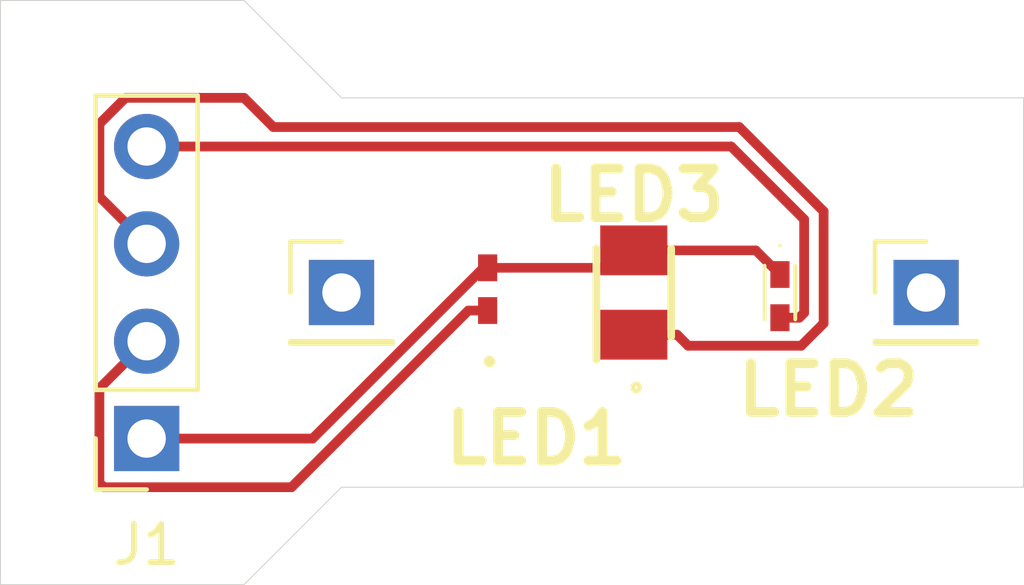
<source format=kicad_pcb>
(kicad_pcb (version 20171130) (host pcbnew "(5.1.4)-1")

  (general
    (thickness 1.6)
    (drawings 12)
    (tracks 30)
    (zones 0)
    (modules 6)
    (nets 5)
  )

  (page A4)
  (layers
    (0 F.Cu signal)
    (31 B.Cu signal)
    (32 B.Adhes user)
    (33 F.Adhes user)
    (34 B.Paste user)
    (35 F.Paste user)
    (36 B.SilkS user)
    (37 F.SilkS user)
    (38 B.Mask user)
    (39 F.Mask user)
    (40 Dwgs.User user)
    (41 Cmts.User user)
    (42 Eco1.User user hide)
    (43 Eco2.User user)
    (44 Edge.Cuts user)
    (45 Margin user)
    (46 B.CrtYd user)
    (47 F.CrtYd user)
    (48 B.Fab user)
    (49 F.Fab user hide)
  )

  (setup
    (last_trace_width 0.254)
    (trace_clearance 0.254)
    (zone_clearance 0.508)
    (zone_45_only no)
    (trace_min 0.1524)
    (via_size 0.762)
    (via_drill 0.381)
    (via_min_size 0.6858)
    (via_min_drill 0.3302)
    (uvia_size 0.762)
    (uvia_drill 0.381)
    (uvias_allowed no)
    (uvia_min_size 0.6858)
    (uvia_min_drill 0.3302)
    (edge_width 0.05)
    (segment_width 0.2)
    (pcb_text_width 0.3)
    (pcb_text_size 1.5 1.5)
    (mod_edge_width 0.12)
    (mod_text_size 1 1)
    (mod_text_width 0.15)
    (pad_size 0.5 0.699988)
    (pad_drill 0)
    (pad_to_mask_clearance 0.0508)
    (aux_axis_origin 0 0)
    (visible_elements 7FFFFFFF)
    (pcbplotparams
      (layerselection 0x010fc_ffffffff)
      (usegerberextensions false)
      (usegerberattributes false)
      (usegerberadvancedattributes false)
      (creategerberjobfile false)
      (excludeedgelayer true)
      (linewidth 0.100000)
      (plotframeref false)
      (viasonmask false)
      (mode 1)
      (useauxorigin false)
      (hpglpennumber 1)
      (hpglpenspeed 20)
      (hpglpendiameter 15.000000)
      (psnegative false)
      (psa4output false)
      (plotreference true)
      (plotvalue true)
      (plotinvisibletext false)
      (padsonsilk false)
      (subtractmaskfromsilk false)
      (outputformat 1)
      (mirror false)
      (drillshape 1)
      (scaleselection 1)
      (outputdirectory ""))
  )

  (net 0 "")
  (net 1 "Net-(J1-Pad4)")
  (net 2 "Net-(J1-Pad3)")
  (net 3 "Net-(J1-Pad2)")
  (net 4 "Net-(J1-Pad1)")

  (net_class Default "This is the default net class."
    (clearance 0.254)
    (trace_width 0.254)
    (via_dia 0.762)
    (via_drill 0.381)
    (uvia_dia 0.762)
    (uvia_drill 0.381)
    (add_net "Net-(J1-Pad1)")
    (add_net "Net-(J1-Pad2)")
    (add_net "Net-(J1-Pad3)")
    (add_net "Net-(J1-Pad4)")
  )

  (module Connector_PinHeader_2.54mm:PinHeader_1x01_P2.54mm_Vertical (layer F.Cu) (tedit 59FED5CC) (tstamp 5EB046F4)
    (at 156.21 93.98)
    (descr "Through hole straight pin header, 1x01, 2.54mm pitch, single row")
    (tags "Through hole pin header THT 1x01 2.54mm single row")
    (fp_text reference REF** (at 0 -2.33) (layer F.SilkS) hide
      (effects (font (size 1 1) (thickness 0.15)))
    )
    (fp_text value PinHeader_1x01_P2.54mm_Vertical (at 0 2.33) (layer F.Fab)
      (effects (font (size 1 1) (thickness 0.15)))
    )
    (fp_text user %R (at 0 0 90) (layer F.Fab)
      (effects (font (size 1 1) (thickness 0.15)))
    )
    (fp_line (start 1.8 -1.8) (end -1.8 -1.8) (layer F.CrtYd) (width 0.05))
    (fp_line (start 1.8 1.8) (end 1.8 -1.8) (layer F.CrtYd) (width 0.05))
    (fp_line (start -1.8 1.8) (end 1.8 1.8) (layer F.CrtYd) (width 0.05))
    (fp_line (start -1.8 -1.8) (end -1.8 1.8) (layer F.CrtYd) (width 0.05))
    (fp_line (start -1.33 -1.33) (end 0 -1.33) (layer F.SilkS) (width 0.12))
    (fp_line (start -1.33 0) (end -1.33 -1.33) (layer F.SilkS) (width 0.12))
    (fp_line (start -1.33 1.27) (end 1.33 1.27) (layer F.SilkS) (width 0.12))
    (fp_line (start 1.33 1.27) (end 1.33 1.33) (layer F.SilkS) (width 0.12))
    (fp_line (start -1.33 1.27) (end -1.33 1.33) (layer F.SilkS) (width 0.12))
    (fp_line (start -1.33 1.33) (end 1.33 1.33) (layer F.SilkS) (width 0.12))
    (fp_line (start -1.27 -0.635) (end -0.635 -1.27) (layer F.Fab) (width 0.1))
    (fp_line (start -1.27 1.27) (end -1.27 -0.635) (layer F.Fab) (width 0.1))
    (fp_line (start 1.27 1.27) (end -1.27 1.27) (layer F.Fab) (width 0.1))
    (fp_line (start 1.27 -1.27) (end 1.27 1.27) (layer F.Fab) (width 0.1))
    (fp_line (start -0.635 -1.27) (end 1.27 -1.27) (layer F.Fab) (width 0.1))
    (pad 1 thru_hole rect (at 0 0) (size 1.7 1.7) (drill 1) (layers *.Cu *.Mask))
    (model ${KISYS3DMOD}/Connector_PinHeader_2.54mm.3dshapes/PinHeader_1x01_P2.54mm_Vertical.wrl
      (at (xyz 0 0 0))
      (scale (xyz 1 1 1))
      (rotate (xyz 0 0 0))
    )
  )

  (module Connector_PinHeader_2.54mm:PinHeader_1x01_P2.54mm_Vertical (layer F.Cu) (tedit 59FED5CC) (tstamp 5EB0468F)
    (at 140.97 93.98)
    (descr "Through hole straight pin header, 1x01, 2.54mm pitch, single row")
    (tags "Through hole pin header THT 1x01 2.54mm single row")
    (fp_text reference REF** (at 0 -2.33) (layer F.SilkS) hide
      (effects (font (size 1 1) (thickness 0.15)))
    )
    (fp_text value PinHeader_1x01_P2.54mm_Vertical (at 0 2.33) (layer F.Fab)
      (effects (font (size 1 1) (thickness 0.15)))
    )
    (fp_text user %R (at 0 0 90) (layer F.Fab)
      (effects (font (size 1 1) (thickness 0.15)))
    )
    (fp_line (start 1.8 -1.8) (end -1.8 -1.8) (layer F.CrtYd) (width 0.05))
    (fp_line (start 1.8 1.8) (end 1.8 -1.8) (layer F.CrtYd) (width 0.05))
    (fp_line (start -1.8 1.8) (end 1.8 1.8) (layer F.CrtYd) (width 0.05))
    (fp_line (start -1.8 -1.8) (end -1.8 1.8) (layer F.CrtYd) (width 0.05))
    (fp_line (start -1.33 -1.33) (end 0 -1.33) (layer F.SilkS) (width 0.12))
    (fp_line (start -1.33 0) (end -1.33 -1.33) (layer F.SilkS) (width 0.12))
    (fp_line (start -1.33 1.27) (end 1.33 1.27) (layer F.SilkS) (width 0.12))
    (fp_line (start 1.33 1.27) (end 1.33 1.33) (layer F.SilkS) (width 0.12))
    (fp_line (start -1.33 1.27) (end -1.33 1.33) (layer F.SilkS) (width 0.12))
    (fp_line (start -1.33 1.33) (end 1.33 1.33) (layer F.SilkS) (width 0.12))
    (fp_line (start -1.27 -0.635) (end -0.635 -1.27) (layer F.Fab) (width 0.1))
    (fp_line (start -1.27 1.27) (end -1.27 -0.635) (layer F.Fab) (width 0.1))
    (fp_line (start 1.27 1.27) (end -1.27 1.27) (layer F.Fab) (width 0.1))
    (fp_line (start 1.27 -1.27) (end 1.27 1.27) (layer F.Fab) (width 0.1))
    (fp_line (start -0.635 -1.27) (end 1.27 -1.27) (layer F.Fab) (width 0.1))
    (pad 1 thru_hole rect (at 0 0) (size 1.7 1.7) (drill 1) (layers *.Cu *.Mask))
    (model ${KISYS3DMOD}/Connector_PinHeader_2.54mm.3dshapes/PinHeader_1x01_P2.54mm_Vertical.wrl
      (at (xyz 0 0 0))
      (scale (xyz 1 1 1))
      (rotate (xyz 0 0 0))
    )
  )

  (module LIB_SFH_4441:LEDM2320X105N (layer F.Cu) (tedit 0) (tstamp 5EB037CE)
    (at 148.59 93.98 90)
    (descr "SFH 4441-11")
    (tags LED)
    (path /5EB0027B)
    (attr smd)
    (fp_text reference LED3 (at 2.54 0 180) (layer F.SilkS)
      (effects (font (size 1.27 1.27) (thickness 0.254)))
    )
    (fp_text value SFH_4441 (at 0 0 90) (layer F.SilkS) hide
      (effects (font (size 1.27 1.27) (thickness 0.254)))
    )
    (fp_line (start -1.15 0.975) (end 1.15 0.975) (layer F.SilkS) (width 0.2))
    (fp_line (start 1.15 -0.975) (end -1.75 -0.975) (layer F.SilkS) (width 0.2))
    (fp_line (start -1.15 -0.325) (end -0.5 -0.975) (layer F.Fab) (width 0.1))
    (fp_line (start -1.15 0.975) (end -1.15 -0.975) (layer F.Fab) (width 0.1))
    (fp_line (start 1.15 0.975) (end -1.15 0.975) (layer F.Fab) (width 0.1))
    (fp_line (start 1.15 -0.975) (end 1.15 0.975) (layer F.Fab) (width 0.1))
    (fp_line (start -1.15 -0.975) (end 1.15 -0.975) (layer F.Fab) (width 0.1))
    (fp_line (start -2 1.3) (end -2 -1.3) (layer F.CrtYd) (width 0.05))
    (fp_line (start 2 1.3) (end -2 1.3) (layer F.CrtYd) (width 0.05))
    (fp_line (start 2 -1.3) (end 2 1.3) (layer F.CrtYd) (width 0.05))
    (fp_line (start -2 -1.3) (end 2 -1.3) (layer F.CrtYd) (width 0.05))
    (fp_text user %R (at 0 0 90) (layer F.Fab)
      (effects (font (size 1.27 1.27) (thickness 0.254)))
    )
    (pad 2 smd rect (at 1.1 0 90) (size 1.3 1.75) (layers F.Cu F.Paste F.Mask)
      (net 4 "Net-(J1-Pad1)"))
    (pad 1 smd rect (at -1.1 0 90) (size 1.3 1.75) (layers F.Cu F.Paste F.Mask)
      (net 2 "Net-(J1-Pad3)"))
  )

  (module LIB_CH_DELSS1:CHDELSS122S1T235 (layer F.Cu) (tedit 5EB01AAC) (tstamp 5EB037BC)
    (at 152.4 93.98 90)
    (descr "CH DELSS1.22-S1T2-35-4")
    (tags LED)
    (path /5EAFF3B2)
    (attr smd)
    (fp_text reference LED2 (at -2.54 1.27 180) (layer F.SilkS)
      (effects (font (size 1.27 1.27) (thickness 0.254)))
    )
    (fp_text value CH_DELSS1.22-S1T2-35 (at -0.006 0 90) (layer F.SilkS) hide
      (effects (font (size 1.27 1.27) (thickness 0.254)))
    )
    (fp_arc (start 1.225 0) (end 1.25 0) (angle -180) (layer F.SilkS) (width 0.05))
    (fp_arc (start 1.225 0) (end 1.2 0) (angle -180) (layer F.SilkS) (width 0.05))
    (fp_line (start 1.25 0) (end 1.25 0) (layer F.SilkS) (width 0.05))
    (fp_line (start 1.2 0) (end 1.2 0) (layer F.SilkS) (width 0.05))
    (fp_line (start 0.7 0.4) (end -0.7 0.4) (layer F.SilkS) (width 0.1))
    (fp_line (start -0.7 -0.4) (end 0.7 -0.4) (layer F.SilkS) (width 0.1))
    (fp_line (start -1.507 0.9) (end -1.507 -0.9) (layer F.CrtYd) (width 0.1))
    (fp_line (start 1.495 0.9) (end -1.507 0.9) (layer F.CrtYd) (width 0.1))
    (fp_line (start 1.495 -0.9) (end 1.495 0.9) (layer F.CrtYd) (width 0.1))
    (fp_line (start -1.507 -0.9) (end 1.495 -0.9) (layer F.CrtYd) (width 0.1))
    (fp_line (start -0.7 0.4) (end -0.7 -0.4) (layer F.Fab) (width 0.2))
    (fp_line (start 0.7 0.4) (end -0.7 0.4) (layer F.Fab) (width 0.2))
    (fp_line (start 0.7 -0.4) (end 0.7 0.4) (layer F.Fab) (width 0.2))
    (fp_line (start -0.7 -0.4) (end 0.7 -0.4) (layer F.Fab) (width 0.2))
    (fp_text user %R (at -0.006 0 90) (layer F.Fab)
      (effects (font (size 1.27 1.27) (thickness 0.254)))
    )
    (pad 2 smd rect (at -0.657 0 180) (size 0.5 0.7) (layers F.Cu F.Paste F.Mask)
      (net 1 "Net-(J1-Pad4)"))
    (pad 1 smd rect (at 0.47 0 180) (size 0.5 0.699988) (layers F.Cu F.Paste F.Mask)
      (net 4 "Net-(J1-Pad1)"))
    (model CH_DELSS1.22-S1T2-35.stp
      (at (xyz 0 0 0))
      (scale (xyz 1 1 1))
      (rotate (xyz 0 0 0))
    )
  )

  (module LIB_CT_DELSS1:CTDELSS112AABA3644G4 (layer F.Cu) (tedit 5EB01A8C) (tstamp 5EB037A7)
    (at 144.78 93.98)
    (descr "CT DELSS1.12-AABA-36-44G4-3")
    (tags LED)
    (path /5EAFE4F1)
    (attr smd)
    (fp_text reference LED1 (at 1.27 3.81) (layer F.SilkS)
      (effects (font (size 1.27 1.27) (thickness 0.254)))
    )
    (fp_text value CT_DELSS1.12-AABA-36-44G4 (at 0 0.428) (layer F.SilkS) hide
      (effects (font (size 1.27 1.27) (thickness 0.254)))
    )
    (fp_arc (start 0.05 1.8) (end 0 1.8) (angle -180) (layer F.SilkS) (width 0.2))
    (fp_arc (start 0.05 1.8) (end 0.1 1.8) (angle -180) (layer F.SilkS) (width 0.2))
    (fp_arc (start 0.05 1.8) (end 0 1.8) (angle -180) (layer F.SilkS) (width 0.2))
    (fp_line (start 0 1.8) (end 0 1.8) (layer F.SilkS) (width 0.2))
    (fp_line (start 0.1 1.8) (end 0.1 1.8) (layer F.SilkS) (width 0.2))
    (fp_line (start 0 1.8) (end 0 1.8) (layer F.SilkS) (width 0.2))
    (fp_line (start -1.4 2.85) (end -1.4 -1.995) (layer F.CrtYd) (width 0.1))
    (fp_line (start 1.4 2.85) (end -1.4 2.85) (layer F.CrtYd) (width 0.1))
    (fp_line (start 1.4 -1.995) (end 1.4 2.85) (layer F.CrtYd) (width 0.1))
    (fp_line (start -1.4 -1.995) (end 1.4 -1.995) (layer F.CrtYd) (width 0.1))
    (fp_line (start -0.4 -0.7) (end -0.4 0.7) (layer F.Fab) (width 0.2))
    (fp_line (start 0.4 -0.7) (end -0.4 -0.7) (layer F.Fab) (width 0.2))
    (fp_line (start 0.4 0.7) (end 0.4 -0.7) (layer F.Fab) (width 0.2))
    (fp_line (start -0.4 0.7) (end 0.4 0.7) (layer F.Fab) (width 0.2))
    (fp_text user %R (at 0 0.428) (layer F.Fab)
      (effects (font (size 1.27 1.27) (thickness 0.254)))
    )
    (pad 2 smd rect (at 0 -0.645) (size 0.5 0.7) (layers F.Cu F.Paste F.Mask)
      (net 4 "Net-(J1-Pad1)"))
    (pad 1 smd rect (at 0 0.47) (size 0.5 0.69977) (layers F.Cu F.Paste F.Mask)
      (net 3 "Net-(J1-Pad2)"))
    (model CT_DELSS1.12-AABA-36-44G4.stp
      (at (xyz 0 0 0))
      (scale (xyz 1 1 1))
      (rotate (xyz 0 0 0))
    )
  )

  (module Connector_PinSocket_2.54mm:PinSocket_1x04_P2.54mm_Vertical (layer F.Cu) (tedit 5A19A429) (tstamp 5EB03792)
    (at 135.89 97.79 180)
    (descr "Through hole straight socket strip, 1x04, 2.54mm pitch, single row (from Kicad 4.0.7), script generated")
    (tags "Through hole socket strip THT 1x04 2.54mm single row")
    (path /5EB017F8)
    (fp_text reference J1 (at 0 -2.77) (layer F.SilkS)
      (effects (font (size 1 1) (thickness 0.15)))
    )
    (fp_text value Conn_01x04_Male (at 0 10.39) (layer F.Fab)
      (effects (font (size 1 1) (thickness 0.15)))
    )
    (fp_text user %R (at 0 3.81 90) (layer F.Fab)
      (effects (font (size 1 1) (thickness 0.15)))
    )
    (fp_line (start -1.8 9.4) (end -1.8 -1.8) (layer F.CrtYd) (width 0.05))
    (fp_line (start 1.75 9.4) (end -1.8 9.4) (layer F.CrtYd) (width 0.05))
    (fp_line (start 1.75 -1.8) (end 1.75 9.4) (layer F.CrtYd) (width 0.05))
    (fp_line (start -1.8 -1.8) (end 1.75 -1.8) (layer F.CrtYd) (width 0.05))
    (fp_line (start 0 -1.33) (end 1.33 -1.33) (layer F.SilkS) (width 0.12))
    (fp_line (start 1.33 -1.33) (end 1.33 0) (layer F.SilkS) (width 0.12))
    (fp_line (start 1.33 1.27) (end 1.33 8.95) (layer F.SilkS) (width 0.12))
    (fp_line (start -1.33 8.95) (end 1.33 8.95) (layer F.SilkS) (width 0.12))
    (fp_line (start -1.33 1.27) (end -1.33 8.95) (layer F.SilkS) (width 0.12))
    (fp_line (start -1.33 1.27) (end 1.33 1.27) (layer F.SilkS) (width 0.12))
    (fp_line (start -1.27 8.89) (end -1.27 -1.27) (layer F.Fab) (width 0.1))
    (fp_line (start 1.27 8.89) (end -1.27 8.89) (layer F.Fab) (width 0.1))
    (fp_line (start 1.27 -0.635) (end 1.27 8.89) (layer F.Fab) (width 0.1))
    (fp_line (start 0.635 -1.27) (end 1.27 -0.635) (layer F.Fab) (width 0.1))
    (fp_line (start -1.27 -1.27) (end 0.635 -1.27) (layer F.Fab) (width 0.1))
    (pad 4 thru_hole oval (at 0 7.62 180) (size 1.7 1.7) (drill 1) (layers *.Cu *.Mask)
      (net 1 "Net-(J1-Pad4)"))
    (pad 3 thru_hole oval (at 0 5.08 180) (size 1.7 1.7) (drill 1) (layers *.Cu *.Mask)
      (net 2 "Net-(J1-Pad3)"))
    (pad 2 thru_hole oval (at 0 2.54 180) (size 1.7 1.7) (drill 1) (layers *.Cu *.Mask)
      (net 3 "Net-(J1-Pad2)"))
    (pad 1 thru_hole rect (at 0 0 180) (size 1.7 1.7) (drill 1) (layers *.Cu *.Mask)
      (net 4 "Net-(J1-Pad1)"))
    (model ${KISYS3DMOD}/Connector_PinSocket_2.54mm.3dshapes/PinSocket_1x04_P2.54mm_Vertical.wrl
      (at (xyz 0 0 0))
      (scale (xyz 1 1 1))
      (rotate (xyz 0 0 0))
    )
  )

  (gr_circle (center 148.6535 96.4565) (end 148.717 96.52) (layer F.SilkS) (width 0.12))
  (dimension 15.24 (width 0.12) (layer Eco1.User)
    (gr_text "15.240 mm" (at 120.65 93.98 270) (layer Eco1.User)
      (effects (font (size 1 1) (thickness 0.15)))
    )
    (feature1 (pts (xy 130.81 101.6) (xy 121.333579 101.6)))
    (feature2 (pts (xy 130.81 86.36) (xy 121.333579 86.36)))
    (crossbar (pts (xy 121.92 86.36) (xy 121.92 101.6)))
    (arrow1a (pts (xy 121.92 101.6) (xy 121.333579 100.473496)))
    (arrow1b (pts (xy 121.92 101.6) (xy 122.506421 100.473496)))
    (arrow2a (pts (xy 121.92 86.36) (xy 121.333579 87.486504)))
    (arrow2b (pts (xy 121.92 86.36) (xy 122.506421 87.486504)))
  )
  (dimension 10.16 (width 0.12) (layer Eco1.User)
    (gr_text "10.160 mm" (at 176.53 93.98 270) (layer Eco1.User)
      (effects (font (size 1 1) (thickness 0.15)))
    )
    (feature1 (pts (xy 160.02 99.06) (xy 175.846421 99.06)))
    (feature2 (pts (xy 160.02 88.9) (xy 175.846421 88.9)))
    (crossbar (pts (xy 175.26 88.9) (xy 175.26 99.06)))
    (arrow1a (pts (xy 175.26 99.06) (xy 174.673579 97.933496)))
    (arrow1b (pts (xy 175.26 99.06) (xy 175.846421 97.933496)))
    (arrow2a (pts (xy 175.26 88.9) (xy 174.673579 90.026504)))
    (arrow2b (pts (xy 175.26 88.9) (xy 175.846421 90.026504)))
  )
  (dimension 26.67 (width 0.12) (layer Eco1.User)
    (gr_text "26.670 mm" (at 145.415 72.39) (layer Eco1.User)
      (effects (font (size 1 1) (thickness 0.15)))
    )
    (feature1 (pts (xy 158.75 85.09) (xy 158.75 73.073579)))
    (feature2 (pts (xy 132.08 85.09) (xy 132.08 73.073579)))
    (crossbar (pts (xy 132.08 73.66) (xy 158.75 73.66)))
    (arrow1a (pts (xy 158.75 73.66) (xy 157.623496 74.246421)))
    (arrow1b (pts (xy 158.75 73.66) (xy 157.623496 73.073579)))
    (arrow2a (pts (xy 132.08 73.66) (xy 133.206504 74.246421)))
    (arrow2b (pts (xy 132.08 73.66) (xy 133.206504 73.073579)))
  )
  (gr_line (start 132.08 101.6) (end 132.08 86.36) (layer Edge.Cuts) (width 0.0254) (tstamp 5EB03D6D))
  (gr_line (start 138.43 101.6) (end 132.08 101.6) (layer Edge.Cuts) (width 0.0254))
  (gr_line (start 140.97 99.06) (end 138.43 101.6) (layer Edge.Cuts) (width 0.0254))
  (gr_line (start 158.75 99.06) (end 140.97 99.06) (layer Edge.Cuts) (width 0.0254))
  (gr_line (start 158.75 88.9) (end 158.75 99.06) (layer Edge.Cuts) (width 0.0254))
  (gr_line (start 140.97 88.9) (end 158.75 88.9) (layer Edge.Cuts) (width 0.0254))
  (gr_line (start 138.43 86.36) (end 140.97 88.9) (layer Edge.Cuts) (width 0.0254))
  (gr_line (start 132.08 86.36) (end 138.43 86.36) (layer Edge.Cuts) (width 0.0254))

  (segment (start 135.89 90.17) (end 151.13 90.17) (width 0.254) (layer F.Cu) (net 1))
  (segment (start 152.904 94.637) (end 152.4 94.637) (width 0.254) (layer F.Cu) (net 1))
  (segment (start 153.031001 94.509999) (end 152.904 94.637) (width 0.254) (layer F.Cu) (net 1))
  (segment (start 153.031001 92.071001) (end 153.031001 94.509999) (width 0.254) (layer F.Cu) (net 1))
  (segment (start 151.13 90.17) (end 153.031001 92.071001) (width 0.254) (layer F.Cu) (net 1))
  (segment (start 134.658999 89.579119) (end 135.338118 88.9) (width 0.254) (layer F.Cu) (net 2))
  (segment (start 135.89 92.71) (end 134.658999 91.478999) (width 0.254) (layer F.Cu) (net 2))
  (segment (start 134.658999 91.478999) (end 134.658999 89.579119) (width 0.254) (layer F.Cu) (net 2))
  (segment (start 152.954801 95.368001) (end 150.007001 95.368001) (width 0.254) (layer F.Cu) (net 2))
  (segment (start 153.539011 94.783791) (end 152.954801 95.368001) (width 0.254) (layer F.Cu) (net 2))
  (segment (start 153.539011 91.860577) (end 153.539011 94.783791) (width 0.254) (layer F.Cu) (net 2))
  (segment (start 150.007001 95.368001) (end 149.719 95.08) (width 0.254) (layer F.Cu) (net 2))
  (segment (start 151.340425 89.661991) (end 153.539011 91.860577) (width 0.254) (layer F.Cu) (net 2))
  (segment (start 139.19199 89.66199) (end 151.340425 89.661991) (width 0.254) (layer F.Cu) (net 2))
  (segment (start 138.43 88.9) (end 139.19199 89.66199) (width 0.254) (layer F.Cu) (net 2))
  (segment (start 149.719 95.08) (end 148.59 95.08) (width 0.254) (layer F.Cu) (net 2))
  (segment (start 135.338118 88.9) (end 138.43 88.9) (width 0.254) (layer F.Cu) (net 2))
  (segment (start 144.276 94.45) (end 144.78 94.45) (width 0.254) (layer F.Cu) (net 3))
  (segment (start 139.666 99.06) (end 144.276 94.45) (width 0.254) (layer F.Cu) (net 3))
  (segment (start 134.774198 99.06) (end 139.666 99.06) (width 0.254) (layer F.Cu) (net 3))
  (segment (start 134.658999 98.944801) (end 134.774198 99.06) (width 0.254) (layer F.Cu) (net 3))
  (segment (start 134.658999 96.481001) (end 134.658999 98.944801) (width 0.254) (layer F.Cu) (net 3))
  (segment (start 135.89 95.25) (end 134.658999 96.481001) (width 0.254) (layer F.Cu) (net 3))
  (segment (start 148.135 93.335) (end 148.59 92.88) (width 0.25) (layer F.Cu) (net 4))
  (segment (start 144.78 93.335) (end 148.135 93.335) (width 0.25) (layer F.Cu) (net 4))
  (segment (start 151.77 92.88) (end 152.4 93.51) (width 0.25) (layer F.Cu) (net 4))
  (segment (start 148.59 92.88) (end 151.77 92.88) (width 0.25) (layer F.Cu) (net 4))
  (segment (start 144.672566 93.335) (end 144.78 93.335) (width 0.254) (layer F.Cu) (net 4))
  (segment (start 140.217566 97.79) (end 144.672566 93.335) (width 0.254) (layer F.Cu) (net 4))
  (segment (start 135.89 97.79) (end 140.217566 97.79) (width 0.254) (layer F.Cu) (net 4))

)

</source>
